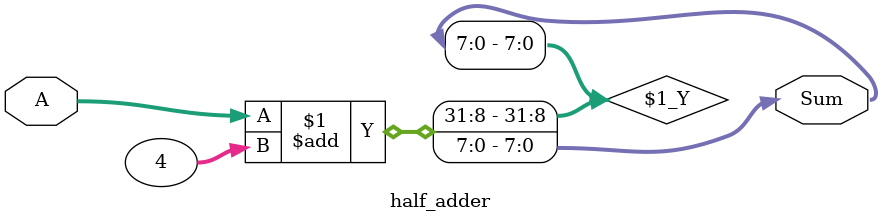
<source format=v>
`timescale 1ns / 1ps
module half_adder (A, Sum);
  input [7:0]A;
  output [7:0]Sum;

  assign Sum  = A + 4;  

endmodule 
</source>
